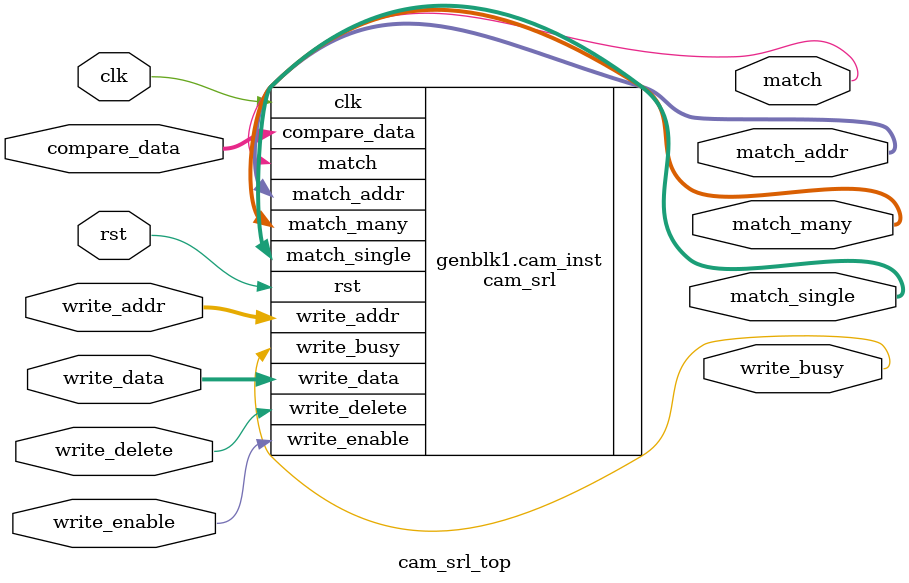
<source format=v>
/*

Copyright (c) 2015-2016 Alex Forencich

Permission is hereby granted, free of charge, to any person obtaining a copy
of this software and associated documentation files (the "Software"), to deal
in the Software without restriction, including without limitation the rights
to use, copy, modify, merge, publish, distribute, sublicense, and/or sell
copies of the Software, and to permit persons to whom the Software is
furnished to do so, subject to the following conditions:

The above copyright notice and this permission notice shall be included in
all copies or substantial portions of the Software.

THE SOFTWARE IS PROVIDED "AS IS", WITHOUT WARRANTY OF ANY KIND, EXPRESS OR
IMPLIED, INCLUDING BUT NOT LIMITED TO THE WARRANTIES OF MERCHANTABILITY
FITNESS FOR A PARTICULAR PURPOSE AND NONINFRINGEMENT. IN NO EVENT SHALL THE
AUTHORS OR COPYRIGHT HOLDERS BE LIABLE FOR ANY CLAIM, DAMAGES OR OTHER
LIABILITY, WHETHER IN AN ACTION OF CONTRACT, TORT OR OTHERWISE, ARISING FROM,
OUT OF OR IN CONNECTION WITH THE SOFTWARE OR THE USE OR OTHER DEALINGS IN
THE SOFTWARE.

*/

// Language: Verilog 2001

`timescale 1ns / 1ps

/*
 * Content Addressable Memory
 */
module cam_srl_top #(
    // search data bus width
    parameter DATA_WIDTH = 64,
    // memory size in log2(words)
    parameter ADDR_WIDTH = 5,
    // CAM style (SRL, BRAM)
    parameter CAM_STYLE = "SRL",
    // width of data bus slices
    parameter SLICE_WIDTH = 4
)
(
    input  wire                     clk,
    input  wire                     rst,

    input  wire [ADDR_WIDTH-1:0]    write_addr,
    input  wire [DATA_WIDTH-1:0]    write_data,
    input  wire                     write_delete,
    input  wire                     write_enable,
    output wire                     write_busy,

    input  wire [DATA_WIDTH-1:0]    compare_data,
    output wire [2**ADDR_WIDTH-1:0] match_many,
    output wire [2**ADDR_WIDTH-1:0] match_single,
    output wire [ADDR_WIDTH-1:0]    match_addr,
    output wire                     match
);

generate
    if (CAM_STYLE == "SRL") begin
        cam_srl #(
            .DATA_WIDTH(DATA_WIDTH),
            .ADDR_WIDTH(ADDR_WIDTH),
            .SLICE_WIDTH(SLICE_WIDTH)
        )
        cam_inst (
            .clk(clk),
            .rst(rst),
            .write_addr(write_addr),
            .write_data(write_data),
            .write_delete(write_delete),
            .write_enable(write_enable),
            .write_busy(write_busy),
            .compare_data(compare_data),
            .match_many(match_many),
            .match_single(match_single),
            .match_addr(match_addr),
            .match(match)
        );
    end else if (CAM_STYLE == "BRAM") begin
        cam_bram #(
            .DATA_WIDTH(DATA_WIDTH),
            .ADDR_WIDTH(ADDR_WIDTH),
            .SLICE_WIDTH(SLICE_WIDTH)
        )
        cam_inst (
            .clk(clk),
            .rst(rst),
            .write_addr(write_addr),
            .write_data(write_data),
            .write_delete(write_delete),
            .write_enable(write_enable),
            .write_busy(write_busy),
            .compare_data(compare_data),
            .match_many(match_many),
            .match_single(match_single),
            .match_addr(match_addr),
            .match(match)
        );
    end
endgenerate

endmodule

`include "cam_srl.vh"
`include "priority_encoder.vh"

</source>
